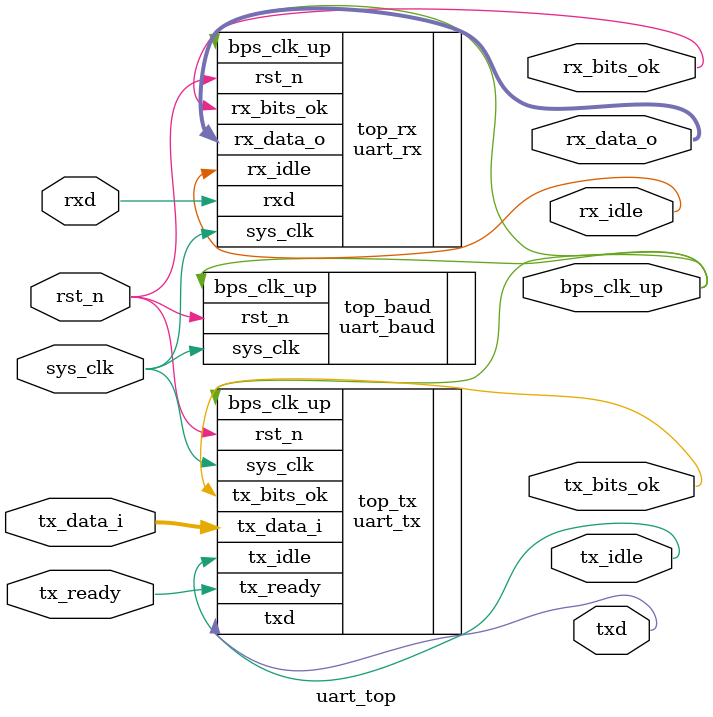
<source format=v>
`include "uart_defines.v"
module uart_top (
  rst_n,
  sys_clk,
  bps_clk_up,
  rxd,
  rx_data_o,
  rx_idle,
  rx_bits_ok,
  tx_ready,
  tx_data_i,
  txd,
  tx_idle,
  tx_bits_ok
);
  input         rst_n;
  input         sys_clk;
  output        bps_clk_up;
  input         rxd;
  output  [7:0] rx_data_o;
  output        rx_idle;
  output        rx_bits_ok;
  input         tx_ready;
  input   [7:0] tx_data_i;
  output        txd;
  output        tx_idle;
  output        tx_bits_ok;


  uart_baud top_baud (
    .rst_n      ( rst_n ),
    .sys_clk    ( sys_clk ),
    .bps_clk_up ( bps_clk_up )
  );

  uart_rx top_rx (
    .rst_n      ( rst_n ),
    .sys_clk    ( sys_clk ),
    .bps_clk_up ( bps_clk_up ),
    .rxd        ( rxd ),
    .rx_data_o  ( rx_data_o ),
    .rx_idle    ( rx_idle ),
    .rx_bits_ok ( rx_bits_ok )
  );

  uart_tx top_tx (
    .rst_n      ( rst_n ),
    .sys_clk    ( sys_clk ),
    .bps_clk_up ( bps_clk_up ),
    .tx_ready   ( tx_ready ),
    .tx_data_i  ( tx_data_i ),
    .txd        ( txd ),
    .tx_idle    ( tx_idle ),
    .tx_bits_ok ( tx_bits_ok )
  );
endmodule

</source>
